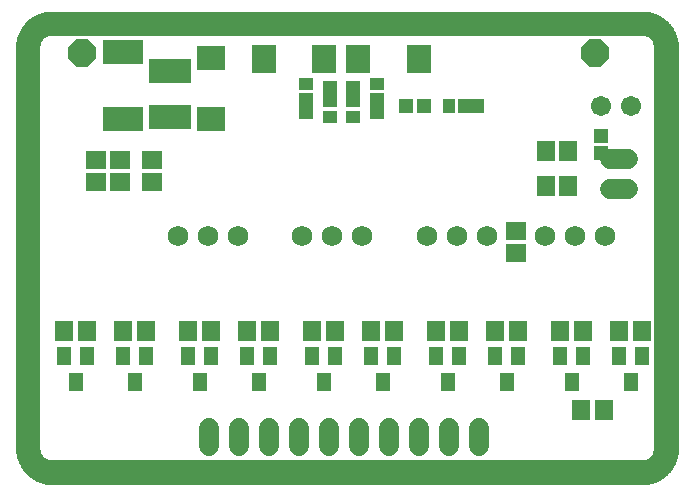
<source format=gbs>
G04 EAGLE Gerber RS-274X export*
G75*
%MOMM*%
%FSLAX35Y35*%
%LPD*%
%INsolder_mask_bottom*%
%IPPOS*%
%AMOC8*
5,1,8,0,0,1.08239X$1,22.5*%
G01*
%ADD10C,0.000000*%
%ADD11C,2.000000*%
%ADD12R,1.703200X1.503200*%
%ADD13R,1.203200X1.203200*%
%ADD14R,1.303200X2.203200*%
%ADD15R,1.303200X1.003200*%
%ADD16C,1.727200*%
%ADD17R,3.403200X2.003200*%
%ADD18R,3.603200X2.103200*%
%ADD19R,2.403200X2.003200*%
%ADD20R,1.503200X1.703200*%
%ADD21C,1.703200*%
%ADD22R,2.203200X1.303200*%
%ADD23R,1.003200X1.303200*%
%ADD24R,1.203200X1.603200*%
%ADD25C,1.727200*%
%ADD26R,2.003200X2.403200*%
%ADD27P,2.556822X8X22.500000*%


D10*
X5600000Y3700000D02*
X5600000Y300000D01*
X5599912Y292751D01*
X5599650Y285506D01*
X5599212Y278270D01*
X5598599Y271046D01*
X5597813Y263839D01*
X5596852Y256653D01*
X5595718Y249493D01*
X5594411Y242362D01*
X5592932Y235265D01*
X5591283Y228205D01*
X5589463Y221188D01*
X5587474Y214216D01*
X5585317Y207295D01*
X5582994Y200428D01*
X5580505Y193619D01*
X5577852Y186872D01*
X5575038Y180191D01*
X5572062Y173580D01*
X5568928Y167043D01*
X5565637Y160583D01*
X5562190Y154205D01*
X5558591Y147912D01*
X5554840Y141708D01*
X5550941Y135596D01*
X5546895Y129581D01*
X5542705Y123664D01*
X5538373Y117851D01*
X5533902Y112144D01*
X5529295Y106547D01*
X5524553Y101063D01*
X5519681Y95695D01*
X5514680Y90447D01*
X5509553Y85320D01*
X5504305Y80319D01*
X5498937Y75447D01*
X5493453Y70705D01*
X5487856Y66098D01*
X5482149Y61627D01*
X5476336Y57295D01*
X5470419Y53105D01*
X5464404Y49059D01*
X5458292Y45160D01*
X5452088Y41409D01*
X5445795Y37810D01*
X5439417Y34363D01*
X5432957Y31072D01*
X5426420Y27938D01*
X5419809Y24962D01*
X5413128Y22148D01*
X5406381Y19495D01*
X5399572Y17006D01*
X5392705Y14683D01*
X5385784Y12526D01*
X5378812Y10537D01*
X5371795Y8717D01*
X5364735Y7068D01*
X5357638Y5589D01*
X5350507Y4282D01*
X5343347Y3148D01*
X5336161Y2187D01*
X5328954Y1401D01*
X5321730Y788D01*
X5314494Y350D01*
X5307249Y88D01*
X5300000Y0D01*
X300000Y0D01*
X292751Y88D01*
X285506Y350D01*
X278270Y788D01*
X271046Y1401D01*
X263839Y2187D01*
X256653Y3148D01*
X249493Y4282D01*
X242362Y5589D01*
X235265Y7068D01*
X228205Y8717D01*
X221188Y10537D01*
X214216Y12526D01*
X207295Y14683D01*
X200428Y17006D01*
X193619Y19495D01*
X186872Y22148D01*
X180191Y24962D01*
X173580Y27938D01*
X167043Y31072D01*
X160583Y34363D01*
X154205Y37810D01*
X147912Y41409D01*
X141708Y45160D01*
X135596Y49059D01*
X129581Y53105D01*
X123664Y57295D01*
X117851Y61627D01*
X112144Y66098D01*
X106547Y70705D01*
X101063Y75447D01*
X95695Y80319D01*
X90447Y85320D01*
X85320Y90447D01*
X80319Y95695D01*
X75447Y101063D01*
X70705Y106547D01*
X66098Y112144D01*
X61627Y117851D01*
X57295Y123664D01*
X53105Y129581D01*
X49059Y135596D01*
X45160Y141708D01*
X41409Y147912D01*
X37810Y154205D01*
X34363Y160583D01*
X31072Y167043D01*
X27938Y173580D01*
X24962Y180191D01*
X22148Y186872D01*
X19495Y193619D01*
X17006Y200428D01*
X14683Y207295D01*
X12526Y214216D01*
X10537Y221188D01*
X8717Y228205D01*
X7068Y235265D01*
X5589Y242362D01*
X4282Y249493D01*
X3148Y256653D01*
X2187Y263839D01*
X1401Y271046D01*
X788Y278270D01*
X350Y285506D01*
X88Y292751D01*
X0Y300000D01*
X0Y3700000D01*
X88Y3707249D01*
X350Y3714494D01*
X788Y3721730D01*
X1401Y3728954D01*
X2187Y3736161D01*
X3148Y3743347D01*
X4282Y3750507D01*
X5589Y3757638D01*
X7068Y3764735D01*
X8717Y3771795D01*
X10537Y3778812D01*
X12526Y3785784D01*
X14683Y3792705D01*
X17006Y3799572D01*
X19495Y3806381D01*
X22148Y3813128D01*
X24962Y3819809D01*
X27938Y3826420D01*
X31072Y3832957D01*
X34363Y3839417D01*
X37810Y3845795D01*
X41409Y3852088D01*
X45160Y3858292D01*
X49059Y3864404D01*
X53105Y3870419D01*
X57295Y3876336D01*
X61627Y3882149D01*
X66098Y3887856D01*
X70705Y3893453D01*
X75447Y3898937D01*
X80319Y3904305D01*
X85320Y3909553D01*
X90447Y3914680D01*
X95695Y3919681D01*
X101063Y3924553D01*
X106547Y3929295D01*
X112144Y3933902D01*
X117851Y3938373D01*
X123664Y3942705D01*
X129581Y3946895D01*
X135596Y3950941D01*
X141708Y3954840D01*
X147912Y3958591D01*
X154205Y3962190D01*
X160583Y3965637D01*
X167043Y3968928D01*
X173580Y3972062D01*
X180191Y3975038D01*
X186872Y3977852D01*
X193619Y3980505D01*
X200428Y3982994D01*
X207295Y3985317D01*
X214216Y3987474D01*
X221188Y3989463D01*
X228205Y3991283D01*
X235265Y3992932D01*
X242362Y3994411D01*
X249493Y3995718D01*
X256653Y3996852D01*
X263839Y3997813D01*
X271046Y3998599D01*
X278270Y3999212D01*
X285506Y3999650D01*
X292751Y3999912D01*
X300000Y4000000D01*
X5300000Y4000000D01*
X5307249Y3999912D01*
X5314494Y3999650D01*
X5321730Y3999212D01*
X5328954Y3998599D01*
X5336161Y3997813D01*
X5343347Y3996852D01*
X5350507Y3995718D01*
X5357638Y3994411D01*
X5364735Y3992932D01*
X5371795Y3991283D01*
X5378812Y3989463D01*
X5385784Y3987474D01*
X5392705Y3985317D01*
X5399572Y3982994D01*
X5406381Y3980505D01*
X5413128Y3977852D01*
X5419809Y3975038D01*
X5426420Y3972062D01*
X5432957Y3968928D01*
X5439417Y3965637D01*
X5445795Y3962190D01*
X5452088Y3958591D01*
X5458292Y3954840D01*
X5464404Y3950941D01*
X5470419Y3946895D01*
X5476336Y3942705D01*
X5482149Y3938373D01*
X5487856Y3933902D01*
X5493453Y3929295D01*
X5498937Y3924553D01*
X5504305Y3919681D01*
X5509553Y3914680D01*
X5514680Y3909553D01*
X5519681Y3904305D01*
X5524553Y3898937D01*
X5529295Y3893453D01*
X5533902Y3887856D01*
X5538373Y3882149D01*
X5542705Y3876336D01*
X5546895Y3870419D01*
X5550941Y3864404D01*
X5554840Y3858292D01*
X5558591Y3852088D01*
X5562190Y3845795D01*
X5565637Y3839417D01*
X5568928Y3832957D01*
X5572062Y3826420D01*
X5575038Y3819809D01*
X5577852Y3813128D01*
X5580505Y3806381D01*
X5582994Y3799572D01*
X5585317Y3792705D01*
X5587474Y3785784D01*
X5589463Y3778812D01*
X5591283Y3771795D01*
X5592932Y3764735D01*
X5594411Y3757638D01*
X5595718Y3750507D01*
X5596852Y3743347D01*
X5597813Y3736161D01*
X5598599Y3728954D01*
X5599212Y3721730D01*
X5599650Y3714494D01*
X5599912Y3707249D01*
X5600000Y3700000D01*
D11*
X100000Y3700000D02*
X100000Y300000D01*
X100058Y295167D01*
X100234Y290337D01*
X100525Y285513D01*
X100934Y280697D01*
X101458Y275893D01*
X102099Y271102D01*
X102855Y266329D01*
X103726Y261575D01*
X104712Y256843D01*
X105812Y252137D01*
X107025Y247459D01*
X108351Y242811D01*
X109789Y238197D01*
X111338Y233618D01*
X112997Y229079D01*
X114765Y224581D01*
X116642Y220127D01*
X118625Y215720D01*
X120715Y211362D01*
X122909Y207055D01*
X125206Y202803D01*
X127606Y198608D01*
X130106Y194472D01*
X132706Y190397D01*
X135403Y186387D01*
X138197Y182443D01*
X141084Y178567D01*
X144065Y174763D01*
X147137Y171032D01*
X150298Y167375D01*
X153546Y163797D01*
X156880Y160298D01*
X160298Y156880D01*
X163797Y153546D01*
X167375Y150298D01*
X171032Y147137D01*
X174763Y144065D01*
X178567Y141084D01*
X182443Y138197D01*
X186387Y135403D01*
X190397Y132706D01*
X194472Y130106D01*
X198608Y127606D01*
X202803Y125206D01*
X207055Y122909D01*
X211362Y120715D01*
X215720Y118625D01*
X220127Y116642D01*
X224581Y114765D01*
X229079Y112997D01*
X233618Y111338D01*
X238197Y109789D01*
X242811Y108351D01*
X247459Y107025D01*
X252137Y105812D01*
X256843Y104712D01*
X261575Y103726D01*
X266329Y102855D01*
X271102Y102099D01*
X275893Y101458D01*
X280697Y100934D01*
X285513Y100525D01*
X290337Y100234D01*
X295167Y100058D01*
X300000Y100000D01*
X5500000Y300000D02*
X5500000Y3700000D01*
X5499942Y3704833D01*
X5499766Y3709663D01*
X5499475Y3714487D01*
X5499066Y3719303D01*
X5498542Y3724107D01*
X5497901Y3728898D01*
X5497145Y3733671D01*
X5496274Y3738425D01*
X5495288Y3743157D01*
X5494188Y3747863D01*
X5492975Y3752541D01*
X5491649Y3757189D01*
X5490211Y3761803D01*
X5488662Y3766382D01*
X5487003Y3770921D01*
X5485235Y3775419D01*
X5483358Y3779873D01*
X5481375Y3784280D01*
X5479285Y3788638D01*
X5477091Y3792945D01*
X5474794Y3797197D01*
X5472394Y3801392D01*
X5469894Y3805528D01*
X5467294Y3809603D01*
X5464597Y3813613D01*
X5461803Y3817557D01*
X5458916Y3821433D01*
X5455935Y3825237D01*
X5452863Y3828968D01*
X5449702Y3832625D01*
X5446454Y3836203D01*
X5443120Y3839702D01*
X5439702Y3843120D01*
X5436203Y3846454D01*
X5432625Y3849702D01*
X5428968Y3852863D01*
X5425237Y3855935D01*
X5421433Y3858916D01*
X5417557Y3861803D01*
X5413613Y3864597D01*
X5409603Y3867294D01*
X5405528Y3869894D01*
X5401392Y3872394D01*
X5397197Y3874794D01*
X5392945Y3877091D01*
X5388638Y3879285D01*
X5384280Y3881375D01*
X5379873Y3883358D01*
X5375419Y3885235D01*
X5370921Y3887003D01*
X5366382Y3888662D01*
X5361803Y3890211D01*
X5357189Y3891649D01*
X5352541Y3892975D01*
X5347863Y3894188D01*
X5343157Y3895288D01*
X5338425Y3896274D01*
X5333671Y3897145D01*
X5328898Y3897901D01*
X5324107Y3898542D01*
X5319303Y3899066D01*
X5314487Y3899475D01*
X5309663Y3899766D01*
X5304833Y3899942D01*
X5300000Y3900000D01*
X300000Y3900000D01*
X5300000Y100000D02*
X5304833Y100058D01*
X5309663Y100234D01*
X5314487Y100525D01*
X5319303Y100934D01*
X5324107Y101458D01*
X5328898Y102099D01*
X5333671Y102855D01*
X5338425Y103726D01*
X5343157Y104712D01*
X5347863Y105812D01*
X5352541Y107025D01*
X5357189Y108351D01*
X5361803Y109789D01*
X5366382Y111338D01*
X5370921Y112997D01*
X5375419Y114765D01*
X5379873Y116642D01*
X5384280Y118625D01*
X5388638Y120715D01*
X5392945Y122909D01*
X5397197Y125206D01*
X5401392Y127606D01*
X5405528Y130106D01*
X5409603Y132706D01*
X5413613Y135403D01*
X5417557Y138197D01*
X5421433Y141084D01*
X5425237Y144065D01*
X5428968Y147137D01*
X5432625Y150298D01*
X5436203Y153546D01*
X5439702Y156880D01*
X5443120Y160298D01*
X5446454Y163797D01*
X5449702Y167375D01*
X5452863Y171032D01*
X5455935Y174763D01*
X5458916Y178567D01*
X5461803Y182443D01*
X5464597Y186387D01*
X5467294Y190397D01*
X5469894Y194472D01*
X5472394Y198608D01*
X5474794Y202803D01*
X5477091Y207055D01*
X5479285Y211362D01*
X5481375Y215720D01*
X5483358Y220127D01*
X5485235Y224581D01*
X5487003Y229079D01*
X5488662Y233618D01*
X5490211Y238197D01*
X5491649Y242811D01*
X5492975Y247459D01*
X5494188Y252137D01*
X5495288Y256843D01*
X5496274Y261575D01*
X5497145Y266329D01*
X5497901Y271102D01*
X5498542Y275893D01*
X5499066Y280697D01*
X5499475Y285513D01*
X5499766Y290337D01*
X5499942Y295167D01*
X5500000Y300000D01*
X5300000Y100000D02*
X300000Y100000D01*
X100000Y3700000D02*
X100058Y3704833D01*
X100234Y3709663D01*
X100525Y3714487D01*
X100934Y3719303D01*
X101458Y3724107D01*
X102099Y3728898D01*
X102855Y3733671D01*
X103726Y3738425D01*
X104712Y3743157D01*
X105812Y3747863D01*
X107025Y3752541D01*
X108351Y3757189D01*
X109789Y3761803D01*
X111338Y3766382D01*
X112997Y3770921D01*
X114765Y3775419D01*
X116642Y3779873D01*
X118625Y3784280D01*
X120715Y3788638D01*
X122909Y3792945D01*
X125206Y3797197D01*
X127606Y3801392D01*
X130106Y3805528D01*
X132706Y3809603D01*
X135403Y3813613D01*
X138197Y3817557D01*
X141084Y3821433D01*
X144065Y3825237D01*
X147137Y3828968D01*
X150298Y3832625D01*
X153546Y3836203D01*
X156880Y3839702D01*
X160298Y3843120D01*
X163797Y3846454D01*
X167375Y3849702D01*
X171032Y3852863D01*
X174763Y3855935D01*
X178567Y3858916D01*
X182443Y3861803D01*
X186387Y3864597D01*
X190397Y3867294D01*
X194472Y3869894D01*
X198608Y3872394D01*
X202803Y3874794D01*
X207055Y3877091D01*
X211362Y3879285D01*
X215720Y3881375D01*
X220127Y3883358D01*
X224581Y3885235D01*
X229079Y3887003D01*
X233618Y3888662D01*
X238197Y3890211D01*
X242811Y3891649D01*
X247459Y3892975D01*
X252137Y3894188D01*
X256843Y3895288D01*
X261575Y3896274D01*
X266329Y3897145D01*
X271102Y3897901D01*
X275893Y3898542D01*
X280697Y3899066D01*
X285513Y3899475D01*
X290337Y3899766D01*
X295167Y3899942D01*
X300000Y3900000D01*
D12*
X4225000Y2145000D03*
X4225000Y1955000D03*
D13*
X4950000Y2950000D03*
X4950000Y2800000D03*
X3450000Y3200000D03*
X3300000Y3200000D03*
D14*
X3050000Y3200000D03*
D15*
X3050000Y3390000D03*
D14*
X2850000Y3300000D03*
D15*
X2850000Y3110000D03*
D14*
X2450000Y3200000D03*
D15*
X2450000Y3390000D03*
D14*
X2650000Y3300000D03*
D15*
X2650000Y3110000D03*
D16*
X1371000Y2100000D03*
X1625000Y2100000D03*
X1879000Y2100000D03*
X4471000Y2100000D03*
X4725000Y2100000D03*
X4979000Y2100000D03*
X2421000Y2100000D03*
X2675000Y2100000D03*
X2929000Y2100000D03*
X3471000Y2100000D03*
X3725000Y2100000D03*
X3979000Y2100000D03*
D17*
X900000Y3655000D03*
X900000Y3095000D03*
D18*
X1300000Y3495000D03*
X1300000Y3105000D03*
D19*
X1650000Y3095000D03*
X1650000Y3605000D03*
D12*
X1150000Y2745000D03*
X1150000Y2555000D03*
X675000Y2555000D03*
X675000Y2745000D03*
X875000Y2555000D03*
X875000Y2745000D03*
D20*
X4970000Y625000D03*
X4780000Y625000D03*
X4670000Y2825000D03*
X4480000Y2825000D03*
X4670000Y2525000D03*
X4480000Y2525000D03*
D21*
X4948000Y3200000D03*
X5202000Y3200000D03*
D22*
X3850000Y3200000D03*
D23*
X3660000Y3200000D03*
D24*
X500000Y865000D03*
X595000Y1085000D03*
X405000Y1085000D03*
X1000000Y865000D03*
X1095000Y1085000D03*
X905000Y1085000D03*
D20*
X405000Y1300000D03*
X595000Y1300000D03*
X905000Y1300000D03*
X1095000Y1300000D03*
D24*
X1550000Y865000D03*
X1645000Y1085000D03*
X1455000Y1085000D03*
X2050000Y865000D03*
X2145000Y1085000D03*
X1955000Y1085000D03*
D20*
X1455000Y1300000D03*
X1645000Y1300000D03*
X1955000Y1300000D03*
X2145000Y1300000D03*
D24*
X2600000Y865000D03*
X2695000Y1085000D03*
X2505000Y1085000D03*
X3100000Y865000D03*
X3195000Y1085000D03*
X3005000Y1085000D03*
D20*
X2505000Y1300000D03*
X2695000Y1300000D03*
X3005000Y1300000D03*
X3195000Y1300000D03*
D24*
X3650000Y865000D03*
X3745000Y1085000D03*
X3555000Y1085000D03*
X4150000Y865000D03*
X4245000Y1085000D03*
X4055000Y1085000D03*
D20*
X3555000Y1300000D03*
X3745000Y1300000D03*
X4055000Y1300000D03*
X4245000Y1300000D03*
D24*
X4700000Y865000D03*
X4795000Y1085000D03*
X4605000Y1085000D03*
X5200000Y865000D03*
X5295000Y1085000D03*
X5105000Y1085000D03*
D20*
X4605000Y1300000D03*
X4795000Y1300000D03*
X5105000Y1300000D03*
X5295000Y1300000D03*
D25*
X1632000Y476200D02*
X1632000Y323800D01*
X1886000Y323800D02*
X1886000Y476200D01*
X2140000Y476200D02*
X2140000Y323800D01*
X2394000Y323800D02*
X2394000Y476200D01*
X2648000Y476200D02*
X2648000Y323800D01*
X2902000Y323800D02*
X2902000Y476200D01*
X3156000Y476200D02*
X3156000Y323800D01*
X3410000Y323800D02*
X3410000Y476200D01*
X3664000Y476200D02*
X3664000Y323800D01*
X3918000Y323800D02*
X3918000Y476200D01*
D26*
X2605000Y3600000D03*
X2095000Y3600000D03*
X2895000Y3600000D03*
X3405000Y3600000D03*
D27*
X4900000Y3650000D03*
X550000Y3650000D03*
D25*
X5023800Y2752000D02*
X5176200Y2752000D01*
X5176200Y2498000D02*
X5023800Y2498000D01*
M02*

</source>
